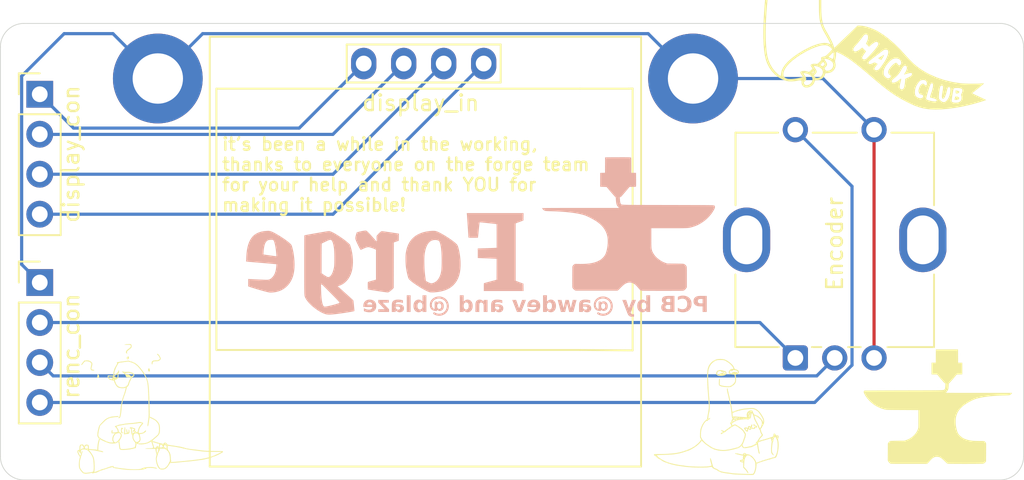
<source format=kicad_pcb>
(kicad_pcb (version 20240108) (generator "pcbnew") (generator_version "8.0")
  (layers (0 "F.Cu" signal) (31 "B.Cu" signal) (34 "B.Paste" user) (35 "F.Paste" user) (36 "B.SilkS" user "B.Silkscreen") (37 "F.SilkS" user "F.Silkscreen") (38 "B.Mask" user) (39 "F.Mask" user) (44 "Edge.Cuts" user))
  (net 0 "")
  (net 1 "EN_FOR")
  (net 2 "GNDREF")
  (net 3 "EN_REV")
  (net 4 "EN_BTN")
  (net 5 "Net-(J2-gnd)")
  (net 6 "Net-(J2-sda)")
  (net 7 "Net-(J2-3v3)")
  (net 8 "Net-(J2-scl)")
  (footprint "ledscreen:128x64OLED" (layer "F.Cu") (at 156.7 127.65)
    (property "Reference" "J3" (hide yes))
    (property "Value" "display_in" (at 0 -8.1 0) (layer "F.SilkS"))
    (pad "1" thru_hole oval (at -3.62 -10.6 90) (size 2 1.6) (drill 1) (layers "*.Cu" "*.Mask") (net 5 "Net-(J2-gnd)"))
    (pad "2" thru_hole oval (at -1.08 -10.6 90) (size 2 1.6) (drill 1) (layers "*.Cu" "*.Mask") (net 7 "Net-(J2-3v3)"))
    (pad "3" thru_hole oval (at 1.46 -10.6 90) (size 2 1.6) (drill 1) (layers "*.Cu" "*.Mask") (net 8 "Net-(J2-scl)"))
    (pad "4" thru_hole oval (at 4 -10.6 90) (size 2 1.6) (drill 1) (layers "*.Cu" "*.Mask") (net 6 "Net-(J2-sda)"))
  )
  (footprint "LOGO" (layer "F.Cu") (at 175.5 139.5)
    (property "Reference" "G***" (hide yes))
    (property "Value" "LOGO" (hide yes))
  )
  (footprint "MountingHole:MountingHole_3.2mm_M3_ISO7380_Pad" (layer "F.Cu") (at 140 118)
    (property "Reference" "H1" (hide yes))
    (property "Value" "MountingHole_3.2mm_M3_ISO7380_Pad" (hide yes))
    (pad "1" thru_hole circle (at 0 0) (size 5.7 5.7) (drill 3.2) (layers "*.Cu" "*.Mask") (net 2 "GNDREF"))
  )
  (footprint "LOGO" (layer "F.Cu") (at 189.5 139.5)
    (property "Reference" "G***" (hide yes))
    (property "Value" "LOGO" (hide yes))
  )
  (footprint "Connector_PinHeader_2.54mm:PinHeader_1x04_P2.54mm_Vertical" (layer "F.Cu") (at 132.5 130.96)
    (property "Reference" "J1" (hide yes))
    (property "Value" "renc_con" (at 2 4.04 90) (layer "F.SilkS"))
    (pad "1" thru_hole rect (at 0 0) (size 1.7 1.7) (drill 1) (layers "*.Cu" "*.Mask") (net 2 "GNDREF"))
    (pad "2" thru_hole oval (at 0 2.54) (size 1.7 1.7) (drill 1) (layers "*.Cu" "*.Mask") (net 1 "EN_FOR"))
    (pad "3" thru_hole oval (at 0 5.08) (size 1.7 1.7) (drill 1) (layers "*.Cu" "*.Mask") (net 3 "EN_REV"))
    (pad "4" thru_hole oval (at 0 7.62) (size 1.7 1.7) (drill 1) (layers "*.Cu" "*.Mask") (net 4 "EN_BTN"))
  )
  (footprint "MountingHole:MountingHole_3.2mm_M3_ISO7380_Pad" (layer "F.Cu") (at 174 118)
    (property "Reference" "H2" (hide yes))
    (property "Value" "MountingHole_3.2mm_M3_ISO7380_Pad" (hide yes))
    (pad "1" thru_hole circle (at 0 0) (size 5.7 5.7) (drill 3.2) (layers "*.Cu" "*.Mask") (net 2 "GNDREF"))
  )
  (footprint "LOGO" (layer "F.Cu") (at 139.5 139)
    (property "Reference" "G***" (hide yes))
    (property "Value" "LOGO" (hide yes))
  )
  (footprint "Connector_PinHeader_2.54mm:PinHeader_1x04_P2.54mm_Vertical" (layer "F.Cu") (at 132.5 119)
    (property "Reference" "J2" (hide yes))
    (property "Value" "display_con" (at 2 3.8 90) (layer "F.SilkS"))
    (pad "1" thru_hole rect (at 0 0) (size 1.7 1.7) (drill 1) (layers "*.Cu" "*.Mask") (net 5 "Net-(J2-gnd)"))
    (pad "2" thru_hole oval (at 0 2.54) (size 1.7 1.7) (drill 1) (layers "*.Cu" "*.Mask") (net 7 "Net-(J2-3v3)"))
    (pad "3" thru_hole oval (at 0 5.08) (size 1.7 1.7) (drill 1) (layers "*.Cu" "*.Mask") (net 8 "Net-(J2-scl)"))
    (pad "4" thru_hole oval (at 0 7.62) (size 1.7 1.7) (drill 1) (layers "*.Cu" "*.Mask") (net 6 "Net-(J2-sda)"))
  )
  (footprint "Rotary_Encoder:RotaryEncoder_Bourns_Vertical_PEC12R-3x17F-Sxxxx" (layer "F.Cu") (at 180.5 135.75 90)
    (property "Reference" "SW1" (hide yes))
    (property "Value" "Encoder" (at 7.25 2.5 90) (layer "F.SilkS"))
    (pad "A" thru_hole roundrect (at 0 0 90) (size 1.6 1.6) (drill 1) (layers "*.Cu" "*.Mask") (roundrect_rratio 0.15625) (net 1 "EN_FOR"))
    (pad "B" thru_hole circle (at 0 5 90) (size 1.6 1.6) (drill 1) (layers "*.Cu" "*.Mask") (net 2 "GNDREF"))
    (pad "C" thru_hole circle (at 0 2.5 90) (size 1.6 1.6) (drill 1) (layers "*.Cu" "*.Mask") (net 3 "EN_REV"))
    (pad "S1" thru_hole circle (at 14.5 0 90) (size 1.6 1.6) (drill 1) (layers "*.Cu" "*.Mask") (net 4 "EN_BTN"))
    (pad "S2" thru_hole circle (at 14.5 5 90) (size 1.6 1.6) (drill 1) (layers "*.Cu" "*.Mask") (net 2 "GNDREF"))
    (pad "SH" thru_hole oval (at 7.5 -3.1 90) (size 4.1 3) (drill oval 3.1 2) (layers "*.Cu" "*.Mask"))
    (pad "SH" thru_hole oval (at 7.5 8.1 90) (size 4.1 3) (drill oval 3.1 2) (layers "*.Cu" "*.Mask"))
  )
  (footprint "LOGO" (layer "F.Cu") (at 185.5 117)
    (property "Reference" "G***" (hide yes))
    (property "Value" "LOGO" (hide yes))
  )
  (footprint "LOGO" (layer "B.Cu") (at 160.5 128 180)
    (property "Reference" "G***" (hide yes))
    (property "Value" "LOGO" (hide yes))
  )
  (gr_arc (start 130 116) (mid 130.43934 114.93934) (end 131.5 114.5) (stroke (width 0.05)) (layer "Edge.Cuts"))
  (gr_line (start 131.5 114.5) (end 193.5 114.5) (stroke (width 0.05)) (layer "Edge.Cuts"))
  (gr_line (start 195 116) (end 195 142) (stroke (width 0.05)) (layer "Edge.Cuts"))
  (gr_line (start 130 142) (end 130 116) (stroke (width 0.05)) (layer "Edge.Cuts"))
  (gr_line (start 193.5 143.5) (end 131.5 143.5) (stroke (width 0.05)) (layer "Edge.Cuts"))
  (gr_arc (start 193.5 114.5) (mid 194.56066 114.93934) (end 195 116) (stroke (width 0.05)) (layer "Edge.Cuts"))
  (gr_arc (start 131.5 143.5) (mid 130.43934 143.06066) (end 130 142) (stroke (width 0.05)) (layer "Edge.Cuts"))
  (gr_arc (start 195 142) (mid 194.56066 143.06066) (end 193.5 143.5) (stroke (width 0.05)) (layer "Edge.Cuts"))
  (gr_text "PCB by @awdev and @blaze" (at 175 133 0) (layer "B.SilkS") (effects (font (size 1 1) (thickness 0.25) (bold yes)) (justify left bottom mirror)))
  (gr_text "it's been a while in the working, \nthanks to everyone on the forge team \nfor your help and thank YOU for \nmaking it possible!" (at 144 126.5 0) (layer "F.SilkS") (effects (font (size 0.8 0.8) (thickness 0.15) (bold yes)) (justify left bottom)))
  (segment (start 178.25 133.5) (end 180.5 135.75) (width 0.2) (layer "B.Cu") (net 1))
  (segment (start 132.5 133.5) (end 178.25 133.5) (width 0.2) (layer "B.Cu") (net 1))
  (segment (start 185.5 135.75) (end 185.5 121.25) (width 0.2) (layer "F.Cu") (net 2))
  (segment (start 171.15 115.15) (end 142.85 115.15) (width 0.2) (layer "B.Cu") (net 2))
  (segment (start 142.85 115.15) (end 140 118) (width 0.2) (layer "B.Cu") (net 2))
  (segment (start 132.5 130.96) (end 131.35 129.81) (width 0.2) (layer "B.Cu") (net 2))
  (segment (start 182.25 118) (end 174 118) (width 0.2) (layer "B.Cu") (net 2))
  (segment (start 134.05 115.15) (end 137.15 115.15) (width 0.2) (layer "B.Cu") (net 2))
  (segment (start 131.35 129.81) (end 131.35 117.85) (width 0.2) (layer "B.Cu") (net 2))
  (segment (start 137.15 115.15) (end 140 118) (width 0.2) (layer "B.Cu") (net 2))
  (segment (start 174 118) (end 171.15 115.15) (width 0.2) (layer "B.Cu") (net 2))
  (segment (start 185.5 121.25) (end 182.25 118) (width 0.2) (layer "B.Cu") (net 2))
  (segment (start 131.35 117.85) (end 134.05 115.15) (width 0.2) (layer "B.Cu") (net 2))
  (segment (start 132.5 136.04) (end 133.35 136.89) (width 0.2) (layer "B.Cu") (net 3))
  (segment (start 181.86 136.89) (end 183 135.75) (width 0.2) (layer "B.Cu") (net 3))
  (segment (start 133.35 136.89) (end 181.86 136.89) (width 0.2) (layer "B.Cu") (net 3))
  (segment (start 181.725635 138.58) (end 184.1 136.205635) (width 0.2) (layer "B.Cu") (net 4))
  (segment (start 184.1 124.85) (end 180.5 121.25) (width 0.2) (layer "B.Cu") (net 4))
  (segment (start 184.1 136.205635) (end 184.1 124.85) (width 0.2) (layer "B.Cu") (net 4))
  (segment (start 132.5 138.58) (end 181.725635 138.58) (width 0.2) (layer "B.Cu") (net 4))
  (segment (start 148.98 121.15) (end 153.08 117.05) (width 0.2) (layer "B.Cu") (net 5))
  (segment (start 134.65 121.15) (end 148.98 121.15) (width 0.2) (layer "B.Cu") (net 5))
  (segment (start 132.5 119) (end 134.65 121.15) (width 0.2) (layer "B.Cu") (net 5))
  (segment (start 132.5 126.62) (end 151.13 126.62) (width 0.2) (layer "B.Cu") (net 6))
  (segment (start 151.13 126.62) (end 160.7 117.05) (width 0.2) (layer "B.Cu") (net 6))
  (segment (start 132.5 121.54) (end 132.51 121.55) (width 0.2) (layer "B.Cu") (net 7))
  (segment (start 132.51 121.55) (end 151.12 121.55) (width 0.2) (layer "B.Cu") (net 7))
  (segment (start 151.12 121.55) (end 155.62 117.05) (width 0.2) (layer "B.Cu") (net 7))
  (segment (start 132.5 124.08) (end 151.13 124.08) (width 0.2) (layer "B.Cu") (net 8))
  (segment (start 151.13 124.08) (end 158.16 117.05) (width 0.2) (layer "B.Cu") (net 8))
)
</source>
